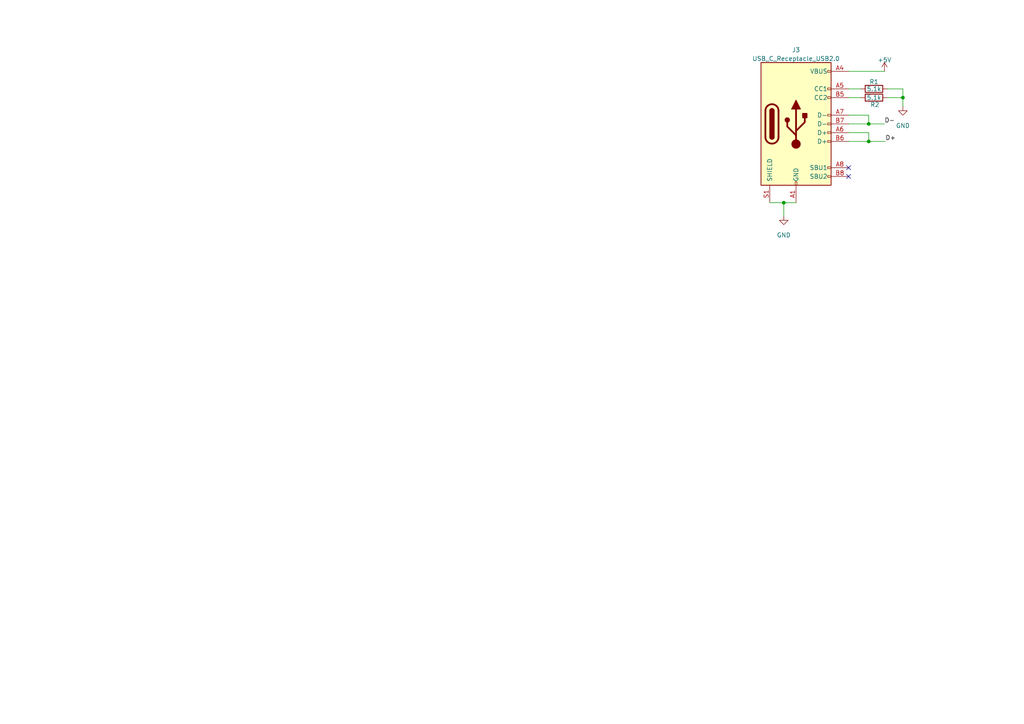
<source format=kicad_sch>
(kicad_sch (version 20230121) (generator eeschema)
  (paper "A4")
  (lib_symbols
    (symbol "Connector_Generic:Conn_01x04" (pin_names (offset 1.016) hide)
      (property "Reference" "J" (at 0 5.08 0))
      (property "Value" "Conn_01x04" (at 0 -7.62 0))
      (symbol "Conn_01x04_1_1"
        (rectangle (start -1.27 -4.953) (end 0 -5.207) (stroke (width 0.1524)))
        (rectangle (start -1.27 -2.413) (end 0 -2.667) (stroke (width 0.1524)))
        (rectangle (start -1.27 0.127) (end 0 -0.127) (stroke (width 0.1524)))
        (rectangle (start -1.27 2.667) (end 0 2.413) (stroke (width 0.1524)))
        (rectangle (start -1.27 3.81) (end 1.27 -6.35) (stroke (width 0.254)) (fill (type background)))
        (pin passive line (at -5.08 2.54 0) (length 3.81) (name "Pin_1") (number "1"))
        (pin passive line (at -5.08 0 0) (length 3.81) (name "Pin_2") (number "2"))
        (pin passive line (at -5.08 -2.54 0) (length 3.81) (name "Pin_3") (number "3"))
        (pin passive line (at -5.08 -5.08 0) (length 3.81) (name "Pin_4") (number "4"))
      )
    )
    (symbol "Connector_Generic:Conn_01x10" (pin_names (offset 1.016) hide)
      (property "Reference" "J" (at 0 12.7 0))
      (property "Value" "Conn_01x10" (at 0 -15.24 0))
      (symbol "Conn_01x10_1_1"
        (rectangle (start -1.27 -12.573) (end 0 -12.827) (stroke (width 0.1524)))
        (rectangle (start -1.27 -10.033) (end 0 -10.287) (stroke (width 0.1524)))
        (rectangle (start -1.27 -7.493) (end 0 -7.747) (stroke (width 0.1524)))
        (rectangle (start -1.27 -4.953) (end 0 -5.207) (stroke (width 0.1524)))
        (rectangle (start -1.27 -2.413) (end 0 -2.667) (stroke (width 0.1524)))
        (rectangle (start -1.27 0.127) (end 0 -0.127) (stroke (width 0.1524)))
        (rectangle (start -1.27 2.667) (end 0 2.413) (stroke (width 0.1524)))
        (rectangle (start -1.27 5.207) (end 0 4.953) (stroke (width 0.1524)))
        (rectangle (start -1.27 7.747) (end 0 7.493) (stroke (width 0.1524)))
        (rectangle (start -1.27 10.287) (end 0 10.033) (stroke (width 0.1524)))
        (rectangle (start -1.27 11.43) (end 1.27 -13.97) (stroke (width 0.254)) (fill (type background)))
        (pin passive line (at -5.08 10.16 0) (length 3.81) (name "Pin_1") (number "1"))
        (pin passive line (at -5.08 -12.7 0) (length 3.81) (name "Pin_10") (number "10"))
        (pin passive line (at -5.08 7.62 0) (length 3.81) (name "Pin_2") (number "2"))
        (pin passive line (at -5.08 5.08 0) (length 3.81) (name "Pin_3") (number "3"))
        (pin passive line (at -5.08 2.54 0) (length 3.81) (name "Pin_4") (number "4"))
        (pin passive line (at -5.08 0 0) (length 3.81) (name "Pin_5") (number "5"))
        (pin passive line (at -5.08 -2.54 0) (length 3.81) (name "Pin_6") (number "6"))
        (pin passive line (at -5.08 -5.08 0) (length 3.81) (name "Pin_7") (number "7"))
        (pin passive line (at -5.08 -7.62 0) (length 3.81) (name "Pin_8") (number "8"))
        (pin passive line (at -5.08 -10.16 0) (length 3.81) (name "Pin_9") (number "9"))
      )
    )
    (symbol "Device:C" (pin_numbers hide) (pin_names (offset 0.254))
      (property "Reference" "C" (at 0.635 2.54 0))
      (property "Value" "C" (at 0.635 -2.54 0))
      (symbol "C_0_1"
        (polyline (pts (xy -2.032 -0.762) (xy 2.032 -0.762)) (stroke (width 0.508)))
        (polyline (pts (xy -2.032 0.762) (xy 2.032 0.762)) (stroke (width 0.508)))
      )
      (symbol "C_1_1"
        (pin passive line (at 0 3.81 270) (length 2.794) (name "~") (number "1"))
        (pin passive line (at 0 -3.81 90) (length 2.794) (name "~") (number "2"))
      )
    )
    (symbol "Device:Crystal_GND24" (pin_names (offset 1.016) hide)
      (property "Reference" "Y" (at 3.175 5.08 0))
      (property "Value" "Crystal_GND24" (at 3.175 3.175 0))
      (symbol "Crystal_GND24_0_1"
        (rectangle (start -1.143 2.54) (end 1.143 -2.54) (stroke (width 0.3048)))
        (polyline (pts (xy -2.54 0) (xy -2.032 0)))
        (polyline (pts (xy -2.032 -1.27) (xy -2.032 1.27)) (stroke (width 0.508)))
        (polyline (pts (xy 0 -3.81) (xy 0 -3.556)))
        (polyline (pts (xy 0 3.556) (xy 0 3.81)))
        (polyline (pts (xy 2.032 -1.27) (xy 2.032 1.27)) (stroke (width 0.508)))
        (polyline (pts (xy 2.032 0) (xy 2.54 0)))
        (polyline (pts (xy -2.54 -2.286) (xy -2.54 -3.556) (xy 2.54 -3.556) (xy 2.54 -2.286)))
        (polyline (pts (xy -2.54 2.286) (xy -2.54 3.556) (xy 2.54 3.556) (xy 2.54 2.286)))
      )
      (symbol "Crystal_GND24_1_1"
        (pin passive line (at -3.81 0 0) (length 1.27) (name "1") (number "1"))
        (pin passive line (at 0 5.08 270) (length 1.27) (name "2") (number "2"))
        (pin passive line (at 3.81 0 180) (length 1.27) (name "3") (number "3"))
        (pin passive line (at 0 -5.08 90) (length 1.27) (name "4") (number "4"))
      )
    )
    (symbol "Device:LED" (pin_numbers hide) (pin_names (offset 1.016) hide)
      (property "Reference" "D" (at 0 2.54 0))
      (property "Value" "LED" (at 0 -2.54 0))
      (symbol "LED_0_1"
        (polyline (pts (xy -1.27 -1.27) (xy -1.27 1.27)) (stroke (width 0.254)))
        (polyline (pts (xy -1.27 0) (xy 1.27 0)))
        (polyline (pts (xy 1.27 -1.27) (xy 1.27 1.27) (xy -1.27 0) (xy 1.27 -1.27)) (stroke (width 0.254)))
        (polyline (pts (xy -3.048 -0.762) (xy -4.572 -2.286) (xy -3.81 -2.286) (xy -4.572 -2.286) (xy -4.572 -1.524)))
        (polyline (pts (xy -1.778 -0.762) (xy -3.302 -2.286) (xy -2.54 -2.286) (xy -3.302 -2.286) (xy -3.302 -1.524)))
      )
      (symbol "LED_1_1"
        (pin passive line (at -3.81 0 0) (length 2.54) (name "K") (number "1"))
        (pin passive line (at 3.81 0 180) (length 2.54) (name "A") (number "2"))
      )
    )
    (symbol "Device:R" (pin_numbers hide) (pin_names (offset 0))
      (property "Reference" "R" (at 2.032 0 90))
      (property "Value" "R" (at 0 0 90))
      (symbol "R_0_1"
        (rectangle (start -1.016 -2.54) (end 1.016 2.54) (stroke (width 0.254)))
      )
      (symbol "R_1_1"
        (pin passive line (at 0 3.81 270) (length 1.27) (name "~") (number "1"))
        (pin passive line (at 0 -3.81 90) (length 1.27) (name "~") (number "2"))
      )
    )
    (symbol "Iknob:AMS1117-3.3"
      (property "Reference" "U" (at -3.81 3.175 0))
      (property "Value" "AMS1117-3.3" (at 0 3.175 0))
      (symbol "AMS1117-3.3_0_1"
        (rectangle (start -5.08 -5.08) (end 5.08 1.905) (stroke (width 0.254)) (fill (type background)))
      )
      (symbol "AMS1117-3.3_1_1"
        (pin power_in line (at 0 -7.62 90) (length 2.54) (name "GND") (number "1"))
        (pin power_out line (at 7.62 0 180) (length 2.54) (name "VO") (number "2"))
        (pin power_in line (at -7.62 0 0) (length 2.54) (name "VI") (number "3"))
      )
    )
    (symbol "Iknob:C" (pin_numbers hide) (pin_names (offset 0.254))
      (property "Reference" "C" (at 0.635 2.54 0))
      (property "Value" "C" (at 0.635 -2.54 0))
      (symbol "C_0_1"
        (polyline (pts (xy -2.032 -0.762) (xy 2.032 -0.762)) (stroke (width 0.508)))
        (polyline (pts (xy -2.032 0.762) (xy 2.032 0.762)) (stroke (width 0.508)))
      )
      (symbol "C_1_1"
        (pin passive line (at 0 3.81 270) (length 2.794) (name "~") (number "1"))
        (pin passive line (at 0 -3.81 90) (length 2.794) (name "~") (number "2"))
      )
    )
    (symbol "Iknob:USB_C_Receptacle_USB2.0" (pin_names (offset 1.016))
      (property "Reference" "J" (at -10.16 19.05 0))
      (property "Value" "USB_C_Receptacle_USB2.0" (at 19.05 19.05 0))
      (symbol "USB_C_Receptacle_USB2.0_0_0"
        (rectangle (start -0.254 -17.78) (end 0.254 -16.764))
        (rectangle (start 10.16 -14.986) (end 9.144 -15.494))
        (rectangle (start 10.16 -12.446) (end 9.144 -12.954))
        (rectangle (start 10.16 -4.826) (end 9.144 -5.334))
        (rectangle (start 10.16 -2.286) (end 9.144 -2.794))
        (rectangle (start 10.16 0.254) (end 9.144 -0.254))
        (rectangle (start 10.16 2.794) (end 9.144 2.286))
        (rectangle (start 10.16 7.874) (end 9.144 7.366))
        (rectangle (start 10.16 10.414) (end 9.144 9.906))
        (rectangle (start 10.16 15.494) (end 9.144 14.986))
      )
      (symbol "USB_C_Receptacle_USB2.0_0_1"
        (rectangle (start -10.16 17.78) (end 10.16 -17.78) (stroke (width 0.254)) (fill (type background)))
        (arc (start -8.89 -3.81) (mid -6.985 -5.7067) (end -5.08 -3.81) (stroke (width 0.508)))
        (arc (start -7.62 -3.81) (mid -6.985 -4.4423) (end -6.35 -3.81) (stroke (width 0.254)))
        (arc (start -7.62 -3.81) (mid -6.985 -4.4423) (end -6.35 -3.81) (stroke (width 0.254)) (fill (type outline)))
        (rectangle (start -7.62 -3.81) (end -6.35 3.81) (stroke (width 0.254)) (fill (type outline)))
        (arc (start -6.35 3.81) (mid -6.985 4.4423) (end -7.62 3.81) (stroke (width 0.254)))
        (arc (start -6.35 3.81) (mid -6.985 4.4423) (end -7.62 3.81) (stroke (width 0.254)) (fill (type outline)))
        (arc (start -5.08 3.81) (mid -6.985 5.7067) (end -8.89 3.81) (stroke (width 0.508)))
        (circle (center -2.54 1.143) (radius 0.635) (stroke (width 0.254)) (fill (type outline)))
        (circle (center 0 -5.842) (radius 1.27) (fill (type outline)))
        (polyline (pts (xy -8.89 -3.81) (xy -8.89 3.81)) (stroke (width 0.508)))
        (polyline (pts (xy -5.08 3.81) (xy -5.08 -3.81)) (stroke (width 0.508)))
        (polyline (pts (xy 0 -5.842) (xy 0 4.318)) (stroke (width 0.508)))
        (polyline (pts (xy 0 -3.302) (xy -2.54 -0.762) (xy -2.54 0.508)) (stroke (width 0.508)))
        (polyline (pts (xy 0 -2.032) (xy 2.54 0.508) (xy 2.54 1.778)) (stroke (width 0.508)))
        (polyline (pts (xy -1.27 4.318) (xy 0 6.858) (xy 1.27 4.318) (xy -1.27 4.318)) (stroke (width 0.254)) (fill (type outline)))
        (rectangle (start 1.905 1.778) (end 3.175 3.048) (stroke (width 0.254)) (fill (type outline)))
      )
      (symbol "USB_C_Receptacle_USB2.0_1_1"
        (pin passive line (at 0 -22.86 90) (length 5.08) (name "GND") (number "A1"))
        (pin passive line (at 0 -22.86 90) (length 5.08) hide (name "GND") (number "A12"))
        (pin passive line (at 15.24 15.24 180) (length 5.08) (name "VBUS") (number "A4"))
        (pin bidirectional line (at 15.24 10.16 180) (length 5.08) (name "CC1") (number "A5"))
        (pin bidirectional line (at 15.24 -2.54 180) (length 5.08) (name "D+") (number "A6"))
        (pin bidirectional line (at 15.24 2.54 180) (length 5.08) (name "D-") (number "A7"))
        (pin bidirectional line (at 15.24 -12.7 180) (length 5.08) (name "SBU1") (number "A8"))
        (pin passive line (at 15.24 15.24 180) (length 5.08) hide (name "VBUS") (number "A9"))
        (pin passive line (at 0 -22.86 90) (length 5.08) hide (name "GND") (number "B1"))
        (pin passive line (at 0 -22.86 90) (length 5.08) hide (name "GND") (number "B12"))
        (pin passive line (at 15.24 15.24 180) (length 5.08) hide (name "VBUS") (number "B4"))
        (pin bidirectional line (at 15.24 7.62 180) (length 5.08) (name "CC2") (number "B5"))
        (pin bidirectional line (at 15.24 -5.08 180) (length 5.08) (name "D+") (number "B6"))
        (pin bidirectional line (at 15.24 0 180) (length 5.08) (name "D-") (number "B7"))
        (pin bidirectional line (at 15.24 -15.24 180) (length 5.08) (name "SBU2") (number "B8"))
        (pin passive line (at 15.24 15.24 180) (length 5.08) hide (name "VBUS") (number "B9"))
        (pin passive line (at -7.62 -22.86 90) (length 5.08) (name "SHIELD") (number "S1"))
      )
    )
    (symbol "Interface_USB:CH340E"
      (property "Reference" "U" (at -5.08 13.97 0))
      (property "Value" "CH340E" (at 1.27 13.97 0))
      (symbol "CH340E_0_1"
        (rectangle (start -7.62 12.7) (end 7.62 -12.7) (stroke (width 0.254)) (fill (type background)))
      )
      (symbol "CH340E_1_1"
        (pin bidirectional line (at -10.16 2.54 0) (length 2.54) (name "UD+") (number "1"))
        (pin passive line (at -2.54 15.24 270) (length 2.54) (name "V3") (number "10"))
        (pin bidirectional line (at -10.16 0 0) (length 2.54) (name "UD-") (number "2"))
        (pin power_in line (at 0 -15.24 90) (length 2.54) (name "GND") (number "3"))
        (pin output line (at 10.16 -10.16 180) (length 2.54) (name "~{RTS}") (number "4"))
        (pin input line (at 10.16 2.54 180) (length 2.54) (name "~{CTS}") (number "5"))
        (pin output line (at -10.16 -2.54 0) (length 2.54) (name "TNOW") (number "6"))
        (pin power_in line (at 0 15.24 270) (length 2.54) (name "VCC") (number "7"))
        (pin output line (at 10.16 10.16 180) (length 2.54) (name "TXD") (number "8"))
        (pin input line (at 10.16 7.62 180) (length 2.54) (name "RXD") (number "9"))
      )
    )
    (symbol "LED:WS2812B" (pin_names (offset 0.254))
      (property "Reference" "D" (at 5.08 5.715 0))
      (property "Value" "WS2812B" (at 1.27 -5.715 0))
      (symbol "WS2812B_0_0"
        (text "RGB" (at 2.286 -4.191 0) (effects (font (size 0.762 0.762))))
      )
      (symbol "WS2812B_0_1"
        (polyline (pts (xy 1.27 -3.556) (xy 1.778 -3.556)))
        (polyline (pts (xy 1.27 -2.54) (xy 1.778 -2.54)))
        (polyline (pts (xy 4.699 -3.556) (xy 2.667 -3.556)))
        (polyline (pts (xy 2.286 -2.54) (xy 1.27 -3.556) (xy 1.27 -3.048)))
        (polyline (pts (xy 2.286 -1.524) (xy 1.27 -2.54) (xy 1.27 -2.032)))
        (polyline (pts (xy 3.683 -1.016) (xy 3.683 -3.556) (xy 3.683 -4.064)))
        (polyline (pts (xy 4.699 -1.524) (xy 2.667 -1.524) (xy 3.683 -3.556) (xy 4.699 -1.524)))
        (rectangle (start 5.08 5.08) (end -5.08 -5.08) (stroke (width 0.254)) (fill (type background)))
      )
      (symbol "WS2812B_1_1"
        (pin power_in line (at 0 7.62 270) (length 2.54) (name "VDD") (number "1"))
        (pin output line (at 7.62 0 180) (length 2.54) (name "DOUT") (number "2"))
        (pin power_in line (at 0 -7.62 90) (length 2.54) (name "VSS") (number "3"))
        (pin input line (at -7.62 0 0) (length 2.54) (name "DIN") (number "4"))
      )
    )
    (symbol "MCU_ST_STM32G4:STM32G474RETx"
      (property "Reference" "U" (at -15.24 46.99 0))
      (property "Value" "STM32G474RETx" (at 10.16 46.99 0))
      (symbol "STM32G474RETx_0_1"
        (rectangle (start -15.24 -43.18) (end 15.24 45.72) (stroke (width 0.254)) (fill (type background)))
      )
      (symbol "STM32G474RETx_1_1"
        (pin power_in line (at -5.08 48.26 270) (length 2.54) (name "VBAT") (number "1"))
        (pin bidirectional line (at -17.78 15.24 0) (length 2.54) (name "PC2") (number "10"))
        (pin bidirectional line (at -17.78 12.7 0) (length 2.54) (name "PC3") (number "11"))
        (pin bidirectional line (at 17.78 43.18 180) (length 2.54) (name "PA0") (number "12"))
        (pin bidirectional line (at 17.78 40.64 180) (length 2.54) (name "PA1") (number "13"))
        (pin bidirectional line (at 17.78 38.1 180) (length 2.54) (name "PA2") (number "14"))
        (pin power_in line (at 0 -45.72 90) (length 2.54) (name "VSS") (number "15"))
        (pin power_in line (at -2.54 48.26 270) (length 2.54) (name "VDD") (number "16"))
        (pin bidirectional line (at 17.78 35.56 180) (length 2.54) (name "PA3") (number "17"))
        (pin bidirectional line (at 17.78 33.02 180) (length 2.54) (name "PA4") (number "18"))
        (pin bidirectional line (at 17.78 30.48 180) (length 2.54) (name "PA5") (number "19"))
        (pin bidirectional line (at -17.78 -12.7 0) (length 2.54) (name "PC13") (number "2"))
        (pin bidirectional line (at 17.78 27.94 180) (length 2.54) (name "PA6") (number "20"))
        (pin bidirectional line (at 17.78 25.4 180) (length 2.54) (name "PA7") (number "21"))
        (pin bidirectional line (at -17.78 10.16 0) (length 2.54) (name "PC4") (number "22"))
        (pin bidirectional line (at -17.78 7.62 0) (length 2.54) (name "PC5") (number "23"))
        (pin bidirectional line (at 17.78 0 180) (length 2.54) (name "PB0") (number "24"))
        (pin bidirectional line (at 17.78 -2.54 180) (length 2.54) (name "PB1") (number "25"))
        (pin bidirectional line (at 17.78 -5.08 180) (length 2.54) (name "PB2") (number "26"))
        (pin power_in line (at 2.54 -45.72 90) (length 2.54) (name "VSSA") (number "27"))
        (pin input line (at -17.78 43.18 0) (length 2.54) (name "VREF+") (number "28"))
        (pin power_in line (at 7.62 48.26 270) (length 2.54) (name "VDDA") (number "29"))
        (pin bidirectional line (at -17.78 -15.24 0) (length 2.54) (name "PC14") (number "3"))
        (pin bidirectional line (at 17.78 -25.4 180) (length 2.54) (name "PB10") (number "30"))
        (pin passive line (at 0 -45.72 90) (length 2.54) hide (name "VSS") (number "31"))
        (pin power_in line (at 0 48.26 270) (length 2.54) (name "VDD") (number "32"))
        (pin bidirectional line (at 17.78 -27.94 180) (length 2.54) (name "PB11") (number "33"))
        (pin bidirectional line (at 17.78 -30.48 180) (length 2.54) (name "PB12") (number "34"))
        (pin bidirectional line (at 17.78 -33.02 180) (length 2.54) (name "PB13") (number "35"))
        (pin bidirectional line (at 17.78 -35.56 180) (length 2.54) (name "PB14") (number "36"))
        (pin bidirectional line (at 17.78 -38.1 180) (length 2.54) (name "PB15") (number "37"))
        (pin bidirectional line (at -17.78 5.08 0) (length 2.54) (name "PC6") (number "38"))
        (pin bidirectional line (at -17.78 2.54 0) (length 2.54) (name "PC7") (number "39"))
        (pin bidirectional line (at -17.78 -17.78 0) (length 2.54) (name "PC15") (number "4"))
        (pin bidirectional line (at -17.78 0 0) (length 2.54) (name "PC8") (number "40"))
        (pin bidirectional line (at -17.78 -2.54 0) (length 2.54) (name "PC9") (number "41"))
        (pin bidirectional line (at 17.78 22.86 180) (length 2.54) (name "PA8") (number "42"))
        (pin bidirectional line (at 17.78 20.32 180) (length 2.54) (name "PA9") (number "43"))
        (pin bidirectional line (at 17.78 17.78 180) (length 2.54) (name "PA10") (number "44"))
        (pin bidirectional line (at 17.78 15.24 180) (length 2.54) (name "PA11") (number "45"))
        (pin bidirectional line (at 17.78 12.7 180) (length 2.54) (name "PA12") (number "46"))
        (pin passive line (at 0 -45.72 90) (length 2.54) hide (name "VSS") (number "47"))
        (pin power_in line (at 2.54 48.26 270) (length 2.54) (name "VDD") (number "48"))
        (pin bidirectional line (at 17.78 10.16 180) (length 2.54) (name "PA13") (number "49"))
        (pin bidirectional line (at -17.78 33.02 0) (length 2.54) (name "PF0") (number "5"))
        (pin bidirectional line (at 17.78 7.62 180) (length 2.54) (name "PA14") (number "50"))
        (pin bidirectional line (at 17.78 5.08 180) (length 2.54) (name "PA15") (number "51"))
        (pin bidirectional line (at -17.78 -5.08 0) (length 2.54) (name "PC10") (number "52"))
        (pin bidirectional line (at -17.78 -7.62 0) (length 2.54) (name "PC11") (number "53"))
        (pin bidirectional line (at -17.78 -10.16 0) (length 2.54) (name "PC12") (number "54"))
        (pin bidirectional line (at -17.78 25.4 0) (length 2.54) (name "PD2") (number "55"))
        (pin bidirectional line (at 17.78 -7.62 180) (length 2.54) (name "PB3") (number "56"))
        (pin bidirectional line (at 17.78 -10.16 180) (length 2.54) (name "PB4") (number "57"))
        (pin bidirectional line (at 17.78 -12.7 180) (length 2.54) (name "PB5") (number "58"))
        (pin bidirectional line (at 17.78 -15.24 180) (length 2.54) (name "PB6") (number "59"))
        (pin bidirectional line (at -17.78 30.48 0) (length 2.54) (name "PF1") (number "6"))
        (pin bidirectional line (at 17.78 -17.78 180) (length 2.54) (name "PB7") (number "60"))
        (pin bidirectional line (at 17.78 -20.32 180) (length 2.54) (name "PB8") (number "61"))
        (pin bidirectional line (at 17.78 -22.86 180) (length 2.54) (name "PB9") (number "62"))
        (pin passive line (at 0 -45.72 90) (length 2.54) hide (name "VSS") (number "63"))
        (pin power_in line (at 5.08 48.26 270) (length 2.54) (name "VDD") (number "64"))
        (pin bidirectional line (at -17.78 38.1 0) (length 2.54) (name "PG10") (number "7"))
        (pin bidirectional line (at -17.78 20.32 0) (length 2.54) (name "PC0") (number "8"))
        (pin bidirectional line (at -17.78 17.78 0) (length 2.54) (name "PC1") (number "9"))
      )
    )
    (symbol "Sensor_Motion:MPU-9250"
      (property "Reference" "U" (at -11.43 19.05 0))
      (property "Value" "MPU-9250" (at 7.62 -19.05 0))
      (symbol "MPU-9250_0_1"
        (rectangle (start -12.7 17.78) (end 12.7 -17.78) (stroke (width 0.254)) (fill (type background)))
      )
      (symbol "MPU-9250_1_1"
        (pin input line (at 17.78 -7.62 180) (length 5.08) (name "RESV_VDDIO") (number "1"))
        (pin passive line (at 17.78 -5.08 180) (length 5.08) (name "REGOUT") (number "10"))
        (pin input line (at -17.78 -5.08 0) (length 5.08) (name "FSYNC") (number "11"))
        (pin output line (at 17.78 7.62 180) (length 5.08) (name "INT") (number "12"))
        (pin power_in line (at 2.54 22.86 270) (length 5.08) (name "VDD") (number "13"))
        (pin power_in line (at 0 -22.86 90) (length 5.08) (name "GND") (number "18"))
        (pin power_in line (at 17.78 -10.16 180) (length 5.08) (name "RESV_GND") (number "20"))
        (pin bidirectional line (at 17.78 2.54 180) (length 5.08) (name "AUX_DA") (number "21"))
        (pin input line (at -17.78 0 0) (length 5.08) (name "~{CS}") (number "22"))
        (pin input line (at -17.78 2.54 0) (length 5.08) (name "SCL/SCLK") (number "23"))
        (pin bidirectional line (at -17.78 7.62 0) (length 5.08) (name "SDA/MOSI") (number "24"))
        (pin output clock (at 17.78 0 180) (length 5.08) (name "AUX_CL") (number "7"))
        (pin power_in line (at -2.54 22.86 270) (length 5.08) (name "VDDIO") (number "8"))
        (pin bidirectional line (at -17.78 5.08 0) (length 5.08) (name "AD0/MISO") (number "9"))
      )
    )
    (symbol "Switch:SW_Push" (pin_numbers hide) (pin_names (offset 1.016) hide)
      (property "Reference" "SW" (at 1.27 2.54 0))
      (property "Value" "SW_Push" (at 0 -1.524 0))
      (symbol "SW_Push_0_1"
        (circle (center -2.032 0) (radius 0.508))
        (polyline (pts (xy 0 1.27) (xy 0 3.048)))
        (polyline (pts (xy 2.54 1.27) (xy -2.54 1.27)))
        (circle (center 2.032 0) (radius 0.508))
        (pin passive line (at -5.08 0 0) (length 2.54) (name "1") (number "1"))
        (pin passive line (at 5.08 0 180) (length 2.54) (name "2") (number "2"))
      )
    )
    (symbol "power:+3.3V" (power) (pin_names (offset 0))
      (property "Value" "+3.3V" (at 0 3.556 0))
      (symbol "+3.3V_0_1"
        (polyline (pts (xy -0.762 1.27) (xy 0 2.54)))
        (polyline (pts (xy 0 0) (xy 0 2.54)))
        (polyline (pts (xy 0 2.54) (xy 0.762 1.27)))
      )
      (symbol "+3.3V_1_1"
        (pin power_in line (at 0 0 90) (length 0) hide (name "+3.3V") (number "1"))
      )
    )
    (symbol "power:+5V" (power) (pin_names (offset 0))
      (property "Value" "+5V" (at 0 3.556 0))
      (symbol "+5V_0_1"
        (polyline (pts (xy -0.762 1.27) (xy 0 2.54)))
        (polyline (pts (xy 0 0) (xy 0 2.54)))
        (polyline (pts (xy 0 2.54) (xy 0.762 1.27)))
      )
      (symbol "+5V_1_1"
        (pin power_in line (at 0 0 90) (length 0) hide (name "+5V") (number "1"))
      )
    )
    (symbol "power:GND" (power) (pin_names (offset 0))
      (property "Value" "GND" (at 0 -3.81 0))
      (symbol "GND_0_1"
        (polyline (pts (xy 0 0) (xy 0 -1.27) (xy 1.27 -1.27) (xy 0 -2.54) (xy -1.27 -1.27) (xy 0 -1.27)))
      )
      (symbol "GND_1_1"
        (pin power_in line (at 0 0 270) (length 0) hide (name "GND") (number "1"))
      )
    )
  )
  (junction (at 289.56 -60.071))
  (junction (at 298.704 -60.071))
  (junction (at -34.036 11.303))
  (junction (at 278.384 -52.451))
  (junction (at 109.22 -16.51))
  (junction (at 289.56 -52.451))
  (junction (at -39.116 11.303))
  (junction (at 318.389 30.099))
  (junction (at -86.106 33.147))
  (junction (at 96.901 -31.75))
  (junction (at -37.846 108.585))
  (junction (at -31.496 11.303))
  (junction (at -81.915 83.312))
  (junction (at -69.342 39.878))
  (junction (at -86.106 28.956))
  (junction (at -97.155 133.477))
  (junction (at -36.576 11.303))
  (junction (at 352.679 46.609))
  (junction (at 298.704 -52.451))
  (junction (at 122.301 -16.51))
  (junction (at -97.155 145.288))
  (junction (at -44.196 11.303))
  (junction (at 352.679 30.099))
  (junction (at 328.549 30.099))
  (junction (at 122.301 -31.75))
  (junction (at 251.968 35.941))
  (junction (at 227.33 58.801))
  (junction (at -107.061 74.168))
  (junction (at 109.093 -31.75))
  (junction (at -86.106 39.878))
  (junction (at 341.249 46.609))
  (junction (at 328.549 46.609))
  (junction (at -104.775 133.477))
  (junction (at 261.874 28.321))
  (junction (at 96.901 -16.51))
  (junction (at -106.934 74.168))
  (junction (at -69.342 25.527))
  (junction (at -41.656 11.303))
  (junction (at 278.384 -60.071))
  (junction (at 251.968 41.021))
  (no_connect (at -56.896 80.645))
  (no_connect (at 107.315 -60.96))
  (no_connect (at 138.557 -71.374))
  (no_connect (at -56.896 78.105))
  (no_connect (at 209.677 -60.833))
  (no_connect (at 107.315 -63.5))
  (no_connect (at 209.677 -58.293))
  (no_connect (at 107.315 -58.42))
  (no_connect (at 107.315 -71.12))
  (no_connect (at 246.126 51.181))
  (no_connect (at 340.995 -21.971))
  (no_connect (at 340.995 -19.431))
  (no_connect (at 138.557 -68.834))
  (no_connect (at 107.315 -68.58))
  (no_connect (at 246.126 48.641))
  (wire (pts (xy 266.7 -60.071) (xy 278.384 -60.071)))
  (wire (pts (xy 246.126 35.941) (xy 251.968 35.941)))
  (wire (pts (xy 352.679 41.529) (xy 352.679 46.609)))
  (wire (pts (xy -56.896 32.385) (xy -62.23 32.385)))
  (wire (pts (xy -118.618 190.119) (xy -111.76 190.119)))
  (wire (pts (xy -106.934 74.168) (xy -104.14 74.168)))
  (wire (pts (xy 63.5 -24.13) (xy 58.039 -24.13)))
  (wire (pts (xy 226.949 -90.805) (xy 233.045 -90.805)))
  (wire (pts (xy 251.968 38.481) (xy 251.968 41.021)))
  (wire (pts (xy -86.106 39.878) (xy -86.106 41.275)))
  (wire (pts (xy 97.663 -66.04) (xy 107.315 -66.04)))
  (wire (pts (xy 96.901 -16.51) (xy 109.22 -16.51)))
  (wire (pts (xy 104.521 -24.13) (xy 114.681 -24.13)))
  (wire (pts (xy 289.56 -65.151) (xy 289.56 -60.071)))
  (wire (pts (xy 223.266 58.801) (xy 227.33 58.801)))
  (wire (pts (xy 71.12 -31.75) (xy 96.901 -31.75)))
  (wire (pts (xy 246.126 20.701) (xy 256.54 20.701)))
  (wire (pts (xy -69.342 25.527) (xy -69.342 29.337)))
  (wire (pts (xy 128.905 -73.914) (xy 138.557 -73.914)))
  (wire (pts (xy 331.343 -14.351) (xy 340.995 -14.351)))
  (wire (pts (xy 331.343 -9.271) (xy 340.995 -9.271)))
  (wire (pts (xy 109.22 -16.51) (xy 109.22 -10.287)))
  (wire (pts (xy 331.343 -24.511) (xy 340.995 -24.511)))
  (wire (pts (xy -121.412 177.165) (xy -116.586 177.165)))
  (wire (pts (xy 246.126 38.481) (xy 251.968 38.481)))
  (wire (pts (xy 97.663 -81.28) (xy 107.315 -81.28)))
  (wire (pts (xy -39.116 11.303) (xy -36.576 11.303)))
  (wire (pts (xy -37.846 108.585) (xy -36.576 108.585)))
  (wire (pts (xy 318.389 33.909) (xy 318.389 30.099)))
  (wire (pts (xy -21.336 55.245) (xy -9.398 55.245)))
  (wire (pts (xy 340.995 -27.051) (xy 331.343 -27.051)))
  (wire (pts (xy -104.775 133.477) (xy -97.155 133.477)))
  (wire (pts (xy -81.915 74.168) (xy -93.98 74.168)))
  (wire (pts (xy 200.025 -68.453) (xy 209.677 -68.453)))
  (wire (pts (xy -97.155 133.477) (xy -97.155 134.874)))
  (wire (pts (xy 129.921 -24.13) (xy 142.748 -24.13)))
  (wire (pts (xy 298.704 -52.451) (xy 309.372 -52.451)))
  (wire (pts (xy 209.677 -65.913) (xy 200.025 -65.913)))
  (wire (pts (xy -97.155 145.034) (xy -97.155 145.288)))
  (wire (pts (xy -21.336 57.785) (xy -9.398 57.785)))
  (wire (pts (xy 226.949 -83.185) (xy 226.949 -82.423)))
  (wire (pts (xy -64.262 28.956) (xy -86.106 28.956)))
  (wire (pts (xy 200.025 -53.213) (xy 209.677 -53.213)))
  (wire (pts (xy 227.33 58.801) (xy 230.886 58.801)))
  (wire (pts (xy -21.336 40.005) (xy -9.652 40.005)))
  (wire (pts (xy 107.315 -76.2) (xy 97.663 -76.2)))
  (wire (pts (xy -62.23 29.845) (xy -62.23 25.527)))
  (wire (pts (xy 197.231 -83.439) (xy 191.135 -83.439)))
  (wire (pts (xy 331.343 -29.591) (xy 340.995 -29.591)))
  (wire (pts (xy -69.342 25.527) (xy -62.23 25.527)))
  (wire (pts (xy -28.194 8.763) (xy -28.194 11.303)))
  (wire (pts (xy 191.135 -85.979) (xy 197.231 -85.979)))
  (wire (pts (xy 266.7 -52.451) (xy 278.384 -52.451)))
  (wire (pts (xy -65.024 45.085) (xy -56.896 45.085)))
  (wire (pts (xy 352.679 33.909) (xy 352.679 30.099)))
  (wire (pts (xy 78.74 -24.13) (xy 89.281 -24.13)))
  (wire (pts (xy 328.549 33.909) (xy 328.549 30.099)))
  (wire (pts (xy -39.116 108.585) (xy -37.846 108.585)))
  (wire (pts (xy -81.915 83.312) (xy -81.915 74.168)))
  (wire (pts (xy -104.775 133.477) (xy -104.775 136.144)))
  (wire (pts (xy 200.025 -63.373) (xy 209.677 -63.373)))
  (wire (pts (xy -86.106 28.956) (xy -86.106 33.147)))
  (wire (pts (xy 96.901 -31.75) (xy 109.093 -31.75)))
  (wire (pts (xy 122.301 -16.51) (xy 150.368 -16.51)))
  (wire (pts (xy -36.576 11.303) (xy -36.576 14.605)))
  (wire (pts (xy 361.569 46.609) (xy 352.679 46.609)))
  (wire (pts (xy 138.557 -76.454) (xy 128.905 -76.454)))
  (wire (pts (xy -21.336 19.685) (xy -9.779 19.685)))
  (wire (pts (xy -56.896 11.303) (xy -44.196 11.303)))
  (wire (pts (xy -21.336 32.385) (xy -9.652 32.385)))
  (wire (pts (xy -31.496 11.303) (xy -28.194 11.303)))
  (wire (pts (xy -37.846 108.585) (xy -37.846 115.443)))
  (wire (pts (xy -64.262 28.956) (xy -64.262 33.147)))
  (wire (pts (xy 97.663 -73.66) (xy 107.315 -73.66)))
  (wire (pts (xy 328.549 30.099) (xy 333.629 30.099)))
  (wire (pts (xy -44.196 11.303) (xy -41.656 11.303)))
  (wire (pts (xy -56.896 29.845) (xy -62.23 29.845)))
  (wire (pts (xy 200.025 -48.133) (xy 209.677 -48.133)))
  (wire (pts (xy -97.155 122.301) (xy -97.155 123.825)))
  (wire (pts (xy -65.024 42.545) (xy -56.896 42.545)))
  (wire (pts (xy 246.126 28.321) (xy 249.682 28.321)))
  (wire (pts (xy -97.155 131.445) (xy -97.155 133.477)))
  (wire (pts (xy 128.905 -78.994) (xy 138.557 -78.994)))
  (wire (pts (xy -81.661 39.878) (xy -86.106 39.878)))
  (wire (pts (xy -65.024 55.245) (xy -56.896 55.245)))
  (wire (pts (xy -104.775 145.288) (xy -97.155 145.288)))
  (wire (pts (xy 246.126 25.781) (xy 249.682 25.781)))
  (wire (pts (xy 331.343 -16.891) (xy 340.995 -16.891)))
  (wire (pts (xy 318.389 41.529) (xy 318.389 46.609)))
  (wire (pts (xy 318.389 46.609) (xy 328.549 46.609)))
  (wire (pts (xy -106.934 57.658) (xy -106.934 74.168)))
  (wire (pts (xy -130.302 116.84) (xy -121.92 116.84)))
  (wire (pts (xy 341.249 46.609) (xy 341.249 46.99)))
  (wire (pts (xy 128.905 -61.214) (xy 138.557 -61.214)))
  (wire (pts (xy -56.896 19.685) (xy -56.896 11.303)))
  (wire (pts (xy -36.576 11.303) (xy -34.036 11.303)))
  (wire (pts (xy -21.336 83.185) (xy -9.398 83.185)))
  (wire (pts (xy 289.56 -60.071) (xy 298.704 -60.071)))
  (wire (pts (xy 128.905 -66.294) (xy 138.557 -66.294)))
  (wire (pts (xy 246.126 41.021) (xy 251.968 41.021)))
  (wire (pts (xy 328.549 46.609) (xy 341.249 46.609)))
  (wire (pts (xy -64.897 75.565) (xy -56.896 75.565)))
  (wire (pts (xy -56.896 24.765) (xy -66.294 24.765)))
  (wire (pts (xy 165.354 -24.13) (xy 165.354 -22.606)))
  (wire (pts (xy 128.905 -63.754) (xy 138.557 -63.754)))
  (wire (pts (xy 331.343 -32.131) (xy 340.995 -32.131)))
  (wire (pts (xy 157.988 -24.13) (xy 165.354 -24.13)))
  (wire (pts (xy 261.874 25.781) (xy 261.874 28.321)))
  (wire (pts (xy -107.061 74.168) (xy -106.934 74.168)))
  (wire (pts (xy -74.041 39.878) (xy -69.342 39.878)))
  (wire (pts (xy -81.534 25.527) (xy -86.106 25.527)))
  (wire (pts (xy -114.3 116.84) (xy -101.346 116.84)))
  (wire (pts (xy -108.712 74.168) (xy -107.061 74.168)))
  (wire (pts (xy 227.33 58.801) (xy 227.33 62.611)))
  (wire (pts (xy 318.389 30.099) (xy 328.549 30.099)))
  (wire (pts (xy -69.342 36.957) (xy -69.342 39.878)))
  (wire (pts (xy 251.968 41.021) (xy 256.794 41.021)))
  (wire (pts (xy -107.061 74.168) (xy -107.061 83.312)))
  (wire (pts (xy -34.036 11.303) (xy -34.036 14.605)))
  (wire (pts (xy 257.302 28.321) (xy 261.874 28.321)))
  (wire (pts (xy -31.496 11.303) (xy -31.496 14.605)))
  (wire (pts (xy -97.155 145.288) (xy -97.155 146.812)))
  (wire (pts (xy -134.366 190.119) (xy -126.238 190.119)))
  (wire (pts (xy -74.422 33.147) (xy -86.106 33.147)))
  (wire (pts (xy 314.579 30.099) (xy 318.389 30.099)))
  (wire (pts (xy -39.116 11.303) (xy -39.116 14.605)))
  (wire (pts (xy 129.032 -58.674) (xy 138.557 -58.674)))
  (wire (pts (xy -65.024 52.705) (xy -56.896 52.705)))
  (wire (pts (xy 200.025 -70.993) (xy 209.677 -70.993)))
  (wire (pts (xy 233.045 -83.185) (xy 226.949 -83.185)))
  (wire (pts (xy 109.22 -16.51) (xy 122.301 -16.51)))
  (wire (pts (xy 298.704 -60.071) (xy 309.372 -60.071)))
  (wire (pts (xy -41.656 11.303) (xy -41.656 14.605)))
  (wire (pts (xy -66.294 18.415) (xy -66.294 24.765)))
  (wire (pts (xy 352.679 30.099) (xy 361.569 30.099)))
  (wire (pts (xy 331.343 -11.811) (xy 340.995 -11.811)))
  (wire (pts (xy 226.949 -88.265) (xy 233.045 -88.265)))
  (wire (pts (xy 278.384 -60.071) (xy 289.56 -60.071)))
  (wire (pts (xy 257.302 25.781) (xy 261.874 25.781)))
  (wire (pts (xy 122.301 -31.75) (xy 150.368 -31.75)))
  (wire (pts (xy -108.585 133.477) (xy -104.775 133.477)))
  (wire (pts (xy 97.663 -78.74) (xy 107.315 -78.74)))
  (wire (pts (xy -104.775 143.764) (xy -104.775 145.288)))
  (wire (pts (xy -21.336 52.705) (xy -9.398 52.705)))
  (wire (pts (xy -69.342 39.878) (xy -62.23 39.878)))
  (wire (pts (xy 352.679 46.609) (xy 341.249 46.609)))
  (wire (pts (xy 200.025 -50.673) (xy 209.677 -50.673)))
  (wire (pts (xy 71.12 -16.51) (xy 96.901 -16.51)))
  (wire (pts (xy -73.914 25.527) (xy -69.342 25.527)))
  (wire (pts (xy 251.968 35.941) (xy 256.54 35.941)))
  (wire (pts (xy -21.336 80.645) (xy -9.398 80.645)))
  (wire (pts (xy 226.949 -85.725) (xy 233.045 -85.725)))
  (wire (pts (xy -86.106 33.147) (xy -86.106 39.878)))
  (wire (pts (xy 289.56 -52.451) (xy 298.704 -52.451)))
  (wire (pts (xy 109.093 -31.75) (xy 122.301 -31.75)))
  (wire (pts (xy -44.196 14.605) (xy -44.196 11.303)))
  (wire (pts (xy 251.968 33.401) (xy 251.968 35.941)))
  (wire (pts (xy -107.061 83.312) (xy -99.695 83.312)))
  (wire (pts (xy 328.549 41.529) (xy 328.549 46.609)))
  (wire (pts (xy 191.135 -91.059) (xy 197.231 -91.059)))
  (wire (pts (xy 361.569 30.099) (xy 361.569 33.909)))
  (wire (pts (xy -21.336 42.545) (xy -9.652 42.545)))
  (wire (pts (xy -92.075 83.312) (xy -81.915 83.312)))
  (wire (pts (xy -62.23 32.385) (xy -62.23 39.878)))
  (wire (pts (xy 109.093 -31.75) (xy 109.093 -41.275)))
  (wire (pts (xy -86.106 25.527) (xy -86.106 28.956)))
  (wire (pts (xy 289.56 -52.451) (xy 289.56 -46.355)))
  (wire (pts (xy -81.915 85.979) (xy -81.915 83.312)))
  (wire (pts (xy 278.384 -52.451) (xy 289.56 -52.451)))
  (wire (pts (xy 341.249 37.719) (xy 341.249 46.609)))
  (wire (pts (xy -135.128 177.165) (xy -129.032 177.165)))
  (wire (pts (xy -34.036 11.303) (xy -31.496 11.303)))
  (wire (pts (xy 191.135 -88.519) (xy 197.231 -88.519)))
  (wire (pts (xy 361.569 41.529) (xy 361.569 46.609)))
  (wire (pts (xy -141.986 190.119) (xy -155.956 190.119)))
  (wire (pts (xy -122.174 74.168) (xy -116.332 74.168)))
  (wire (pts (xy -41.656 11.303) (xy -39.116 11.303)))
  (wire (pts (xy 200.025 -55.753) (xy 209.677 -55.753)))
  (wire (pts (xy 128.905 -81.534) (xy 138.557 -81.534)))
  (wire (pts (xy 261.874 28.321) (xy 261.874 30.861)))
  (wire (pts (xy -151.384 177.165) (xy -142.748 177.165)))
  (wire (pts (xy 246.126 33.401) (xy 251.968 33.401)))
  (wire (pts (xy 348.869 30.099) (xy 352.679 30.099)))
  (label "AD1" (at -64.897 75.565 0))
  (label "MPU_SDA_b" (at 128.905 -66.294 180))
  (label "GND" (at 97.663 -78.74 0))
  (label "+5V_b" (at 128.905 -81.534 180))
  (label "+3.3V_b" (at 331.343 -9.271 180))
  (label "GND_b" (at 165.354 -22.606 0))
  (label "MPU_SCL" (at -9.398 57.785 180))
  (label "SWCLK" (at -9.398 55.245 180))
  (label "user_button" (at -65.024 45.085 180))
  (label "USER_LED" (at -9.652 32.385 180))
  (label "SWCLK" (at 191.135 -83.439 180))
  (label "USER_LED" (at -155.956 190.119 0))
  (label "OLED_SDA" (at 226.949 -90.805 180))
  (label "GND_b" (at 109.22 -10.287 0))
  (label "MPU_SDA" (at 97.663 -73.66 0))
  (label "MPU_SDA" (at -9.398 80.645 180))
  (label "GND_b" (at 331.343 -11.811 180))
  (label "AD1_b" (at 331.343 -24.511 180))
  (label "+5V_b" (at 109.093 -41.275 180))
  (label "MPU_SCL_b" (at 331.343 -14.351 180))
  (label "MPU_SDA" (at 200.025 -63.373 0))
  (label "rgb_b" (at 331.343 -27.051 0))
  (label "MPU_SCL" (at 200.025 -65.913 0))
  (label "user_button" (at -108.585 133.477 180))
  (label "D-" (at 256.54 35.941 0))
  (label "rgb_b" (at 58.039 -24.13 0))
  (label "AD1" (at 200.025 -55.753 0))
  (label "rgb_b" (at 128.905 -76.454 180))
  (label "SWDIO" (at 191.135 -85.979 180))
  (label "OLED_SCL" (at 226.949 -88.265 180))
  (label "AD0" (at -9.779 19.685 180))
  (label "MPU_SDA_b" (at 331.343 -16.891 180))
  (label "+5V_b" (at 331.343 -32.131 180))
  (label "OLED_SCL" (at -9.652 40.005 180))
  (label "BOOT" (at -130.302 116.84 180))
  (label "SWDIO" (at -9.398 52.705 180))
  (label "GND_b" (at 128.905 -78.994 180))
  (label "OLED_SDA" (at -9.652 42.545 180))
  (label "GND_b" (at 331.343 -29.591 180))
  (label "BOOT" (at -9.398 83.185 180))
  (label "MPU_SCL" (at 97.663 -76.2 0))
  (label "MPU_SCL_b" (at 128.905 -63.754 180))
  (label "D+" (at 256.794 41.021 0))
  (label "GND_b" (at 128.905 -61.214 180))
  (label "AD1_b" (at 128.905 -73.914 180))
  (label "rgb" (at -65.024 42.545 0))
  (label "rgb" (at 200.025 -53.213 180))
  (label "AD0" (at 97.663 -66.04 0))
  (label "RX" (at -65.024 55.245 0))
  (label "+3.3V_b" (at 129.032 -58.674 180))
  (label "TX" (at -65.024 52.705 0))
  (global_label "NRST" (shape input) (at -66.294 18.415 180) (property "Intersheetrefs" "${INTERSHEET_REFS}" (effects hide)))
  (global_label "NRST" (shape input) (at -106.934 57.658 180) (property "Intersheetrefs" "${INTERSHEET_REFS}" (effects hide)))
  (symbol (lib_id "Device:C") (at -104.775 139.954 180) (unit 1)
    (property "Reference" "C15" (at -111.887 137.668 0) (effects (justify right)))
    (property "Value" "0.1uF" (at -111.633 141.859 0) (effects (justify right)))
    (property "Footprint" "Capacitor_SMD:C_0603_1608Metric_Pad1.08x0.95mm_HandSolder" (effects hide))
  )
  (symbol (lib_id "power:+3.3V") (at -28.194 8.763 0) (unit 1)
    (property "Reference" "#PWR013" (effects hide))
    (property "Value" "+3.3V" (at -27.432 8.001 0) (effects (justify left)))
  )
  (symbol (lib_id "Iknob:C") (at 328.549 37.719 0) (unit 1)
    (property "Reference" "C4" (at 332.359 37.084 0) (effects (justify left)))
    (property "Value" "10uF" (at 332.359 39.624 0) (effects (justify left)))
    (property "Footprint" "Capacitor_SMD:C_0603_1608Metric" (effects hide))
  )
  (symbol (lib_id "power:+3.3V") (at 97.663 -81.28 0) (unit 1)
    (property "Reference" "#PWR021" (effects hide))
    (property "Value" "+3.3V" (at 98.425 -82.042 0) (effects (justify left)))
  )
  (symbol (lib_id "Device:C") (at 278.384 -56.261 0) (unit 1)
    (property "Reference" "C10" (at 274.066 -58.039 0) (effects (justify left)))
    (property "Value" "100nF" (at 271.78 -54.229 0) (effects (justify left)))
    (property "Footprint" "Capacitor_SMD:C_0603_1608Metric_Pad1.08x0.95mm_HandSolder" (effects hide))
  )
  (symbol (lib_id "Iknob:C") (at 352.679 37.719 0) (unit 1)
    (property "Reference" "C5" (at 350.139 35.179 0) (effects (justify left)))
    (property "Value" "10uF" (at 347.599 40.259 0) (effects (justify left)))
    (property "Footprint" "Capacitor_SMD:C_0603_1608Metric" (effects hide))
  )
  (symbol (lib_id "power:+3.3V") (at 200.025 -70.993 0) (unit 1)
    (property "Reference" "#PWR033" (effects hide))
    (property "Value" "+3.3V" (at 200.787 -71.755 0) (effects (justify left)))
  )
  (symbol (lib_id "power:GND") (at -37.846 115.443 0) (unit 1)
    (property "Reference" "#PWR014" (effects hide))
    (property "Value" "GND" (at -37.846 121.031 0))
  )
  (symbol (lib_id "Device:C") (at 309.372 -56.261 0) (unit 1)
    (property "Reference" "C13" (at 305.054 -58.293 0) (effects (justify left)))
    (property "Value" "4.7uF" (at 310.388 -53.721 0) (effects (justify left)))
    (property "Footprint" "Capacitor_SMD:C_0603_1608Metric_Pad1.08x0.95mm_HandSolder" (effects hide))
  )
  (symbol (lib_id "power:+3.3V") (at -97.155 122.301 0) (unit 1)
    (property "Reference" "#PWR036" (effects hide))
    (property "Value" "+3.3V" (at -96.393 121.539 0) (effects (justify left)))
  )
  (symbol (lib_id "power:GND") (at 200.025 -50.673 270) (unit 1)
    (property "Reference" "#PWR039" (effects hide))
    (property "Value" "GND" (at 195.707 -50.038 90) (effects (justify right)))
  )
  (symbol (lib_id "Device:R") (at 253.492 25.781 90) (mirror x) (unit 1)
    (property "Reference" "R1" (at 253.492 23.749 90))
    (property "Value" "5.1k" (at 253.492 25.781 90))
    (property "Footprint" "Resistor_SMD:R_0603_1608Metric_Pad0.98x0.95mm_HandSolder" (effects hide))
  )
  (symbol (lib_id "Device:R") (at -122.428 190.119 90) (unit 1)
    (property "Reference" "R4" (at -122.428 185.547 90))
    (property "Value" "500R" (at -122.428 188.087 90))
    (property "Footprint" "Resistor_SMD:R_0603_1608Metric_Pad0.98x0.95mm_HandSolder" (effects hide))
  )
  (symbol (lib_id "power:+5V") (at 200.025 -48.133 90) (unit 1)
    (property "Reference" "#PWR038" (effects hide))
    (property "Value" "+5V" (at 196.088 -47.498 90) (effects (justify left)))
  )
  (symbol (lib_id "power:GND") (at -86.106 41.275 0) (unit 1)
    (property "Reference" "#PWR024" (effects hide))
    (property "Value" "GND" (at -86.106 46.863 0))
  )
  (symbol (lib_id "Sensor_Motion:MPU-9250") (at 7.62 -44.831 0) (unit 1)
    (property "Reference" "U2" (at 9.5759 -24.384 0) (effects (justify left)))
    (property "Value" "MPU-9250" (at 9.5759 -21.844 0) (effects (justify left)))
    (property "Footprint" "Sensor_Motion:InvenSense_QFN-24_3x3mm_P0.4mm" (effects hide))
    (property "Datasheet" "https://invensense.tdk.com/wp-content/uploads/2015/02/PS-MPU-9250A-01-v1.1.pdf" (effects hide))
  )
  (symbol (lib_id "LED:WS2812B") (at 96.901 -24.13 0) (unit 1)
    (property "Reference" "D2" (at 108.077 -27.2541 0))
    (property "Value" "WS2812B" (effects hide))
    (property "Footprint" "LED_SMD:LED_WS2812B_PLCC4_5.0x5.0mm_P3.2mm" (effects hide))
    (property "Datasheet" "https://cdn-shop.adafruit.com/datasheets/WS2812B.pdf" (effects hide))
  )
  (symbol (lib_id "Device:C") (at -77.851 39.878 90) (unit 1)
    (property "Reference" "C8" (at -77.851 34.036 90))
    (property "Value" "6.8pF" (at -77.851 36.576 90))
    (property "Footprint" "Capacitor_SMD:C_0603_1608Metric_Pad1.08x0.95mm_HandSolder" (effects hide))
  )
  (symbol (lib_id "Interface_USB:CH340E") (at -58.166 164.211 0) (unit 1)
    (property "Reference" "U5" (at -56.2101 179.07 0) (effects (justify left)))
    (property "Value" "CH340E" (at -56.2101 181.61 0) (effects (justify left)))
    (property "Footprint" "Package_SO:MSOP-10_3x3mm_P0.5mm" (effects hide))
    (property "Datasheet" "https://www.mpja.com/download/35227cpdata.pdf" (effects hide))
  )
  (symbol (lib_id "power:GND") (at 227.33 62.611 0) (unit 1)
    (property "Reference" "#PWR02" (effects hide))
    (property "Value" "GND" (at 227.33 68.199 0))
  )
  (symbol (lib_id "Device:C") (at 266.7 -56.261 0) (unit 1)
    (property "Reference" "C9" (at 261.112 -57.531 0) (effects (justify left)))
    (property "Value" "100nF" (at 259.842 -54.229 0) (effects (justify left)))
    (property "Footprint" "Capacitor_SMD:C_0603_1608Metric_Pad1.08x0.95mm_HandSolder" (effects hide))
  )
  (symbol (lib_id "Connector_Generic:Conn_01x10") (at 346.075 -21.971 0) (unit 1)
    (property "Reference" "J8" (at 344.805 -38.227 0) (effects (justify left)))
    (property "Value" "MPU_2_fpc2" (at 344.551 -35.179 0) (effects (justify left)))
    (property "Footprint" "Connector_FFC-FPC:TE_1-1734839-0_1x10-1MP_P0.5mm_Horizontal" (effects hide))
  )
  (symbol (lib_id "power:+3.3V") (at 289.56 -65.151 0) (unit 1)
    (property "Reference" "#PWR026" (effects hide))
    (property "Value" "+3.3V" (at 290.322 -65.913 0) (effects (justify left)))
  )
  (symbol (lib_id "power:+5V") (at 314.579 30.099 90) (unit 1)
    (property "Reference" "#PWR08" (effects hide))
    (property "Value" "+5V" (at 310.769 30.734 90) (effects (justify left)))
  )
  (symbol (lib_id "power:GND") (at 261.874 30.861 0) (unit 1)
    (property "Reference" "#PWR01" (effects hide))
    (property "Value" "GND" (at 261.874 36.449 0))
  )
  (symbol (lib_id "LED:WS2812B") (at 150.368 -24.13 0) (unit 1)
    (property "Reference" "D4" (at 161.544 -27.2541 0))
    (property "Value" "WS2812B" (effects hide))
    (property "Footprint" "LED_SMD:LED_WS2812B_PLCC4_5.0x5.0mm_P3.2mm" (effects hide))
    (property "Datasheet" "https://cdn-shop.adafruit.com/datasheets/WS2812B.pdf" (effects hide))
  )
  (symbol (lib_id "power:+5V") (at 256.54 20.701 0) (unit 1)
    (property "Reference" "#PWR06" (effects hide))
    (property "Value" "+5V" (at 256.54 17.399 0))
  )
  (symbol (lib_id "Connector_Generic:Conn_01x10") (at 143.637 -71.374 0) (unit 1)
    (property "Reference" "J2" (at 142.367 -87.63 0) (effects (justify left)))
    (property "Value" "MPU_2" (at 142.113 -84.582 0) (effects (justify left)))
    (property "Footprint" "Connector_PinSocket_2.54mm:PinSocket_1x10_P2.54mm_Vertical" (effects hide))
  )
  (symbol (lib_id "Device:LED") (at -138.176 190.119 180) (unit 1)
    (property "Reference" "user_led1" (at -138.684 192.405 0))
    (property "Value" "LED" (at -136.5885 186.817 0))
    (property "Footprint" "Capacitor_SMD:C_0603_1608Metric_Pad1.08x0.95mm_HandSolder" (effects hide))
  )
  (symbol (lib_id "Switch:SW_Push") (at -99.06 74.168 0) (unit 1)
    (property "Reference" "SW1" (at -99.06 67.564 0))
    (property "Value" "NRST_BUTTON" (at -99.06 70.104 0))
    (property "Footprint" "Button_Switch_SMD:SW_SPST_B3U-1000P" (effects hide))
  )
  (symbol (lib_id "power:+5V") (at -151.384 177.165 0) (unit 1)
    (property "Reference" "#PWR016" (effects hide))
    (property "Value" "+5V" (at -151.384 173.863 0))
  )
  (symbol (lib_id "Device:R") (at 253.492 28.321 270) (unit 1)
    (property "Reference" "R2" (at 253.746 30.353 90))
    (property "Value" "5.1k" (at 253.492 28.321 90))
    (property "Footprint" "Resistor_SMD:R_0603_1608Metric_Pad0.98x0.95mm_HandSolder" (effects hide))
  )
  (symbol (lib_id "power:GND") (at 226.949 -82.423 0) (unit 1)
    (property "Reference" "#PWR019" (effects hide))
    (property "Value" "GND" (at 226.949 -76.835 0))
  )
  (symbol (lib_id "power:GND") (at -111.76 190.119 90) (unit 1)
    (property "Reference" "#PWR015" (effects hide))
    (property "Value" "GND" (at -108.458 190.754 90) (effects (justify right)))
  )
  (symbol (lib_id "power:+3.3V") (at 191.135 -88.519 90) (unit 1)
    (property "Reference" "#PWR017" (effects hide))
    (property "Value" "+3.3V" (at 187.833 -88.519 90) (effects (justify left)))
  )
  (symbol (lib_id "MCU_ST_STM32G4:STM32G474RETx") (at -39.116 62.865 0) (unit 1)
    (property "Reference" "U1" (at -34.6201 108.077 0) (effects (justify left)))
    (property "Value" "STM32G474RETx" (at -34.6201 110.617 0) (effects (justify left)))
    (property "Footprint" "Package_QFP:LQFP-64_10x10mm_P0.5mm" (effects hide))
    (property "Datasheet" "https://www.st.com/resource/en/datasheet/stm32g474re.pdf" (effects hide))
  )
  (symbol (lib_id "LED:WS2812B") (at 71.12 -24.13 0) (unit 1)
    (property "Reference" "D1" (at 82.296 -27.2541 0))
    (property "Value" "WS2812B" (effects hide))
    (property "Footprint" "LED_SMD:LED_WS2812B_PLCC4_5.0x5.0mm_P3.2mm" (effects hide))
    (property "Datasheet" "https://cdn-shop.adafruit.com/datasheets/WS2812B.pdf" (effects hide))
  )
  (symbol (lib_id "power:+3.3V") (at -122.174 74.168 90) (unit 1)
    (property "Reference" "#PWR028" (effects hide))
    (property "Value" "+3.3V" (at -120.269 75.946 90) (effects (justify left)))
  )
  (symbol (lib_id "Iknob:C") (at 318.389 37.719 0) (unit 1)
    (property "Reference" "C3" (at 322.199 37.084 0) (effects (justify left)))
    (property "Value" "0.1uF" (at 322.199 39.624 0) (effects (justify left)))
    (property "Footprint" "Capacitor_SMD:C_0603_1608Metric" (effects hide))
  )
  (symbol (lib_id "Device:Crystal_GND24") (at -69.342 33.147 270) (unit 1)
    (property "Reference" "Y2" (at -57.277 27.4573 90))
    (property "Value" "Crystal_GND24" (at -78.74 30.226 90))
    (property "Footprint" "Crystal:Crystal_SMD_2016-4Pin_2.0x1.6mm" (effects hide))
  )
  (symbol (lib_id "Device:C") (at 298.704 -56.261 0) (unit 1)
    (property "Reference" "C12" (at 294.894 -58.293 0) (effects (justify left)))
    (property "Value" "100nF" (at 299.466 -53.975 0) (effects (justify left)))
    (property "Footprint" "Capacitor_SMD:C_0603_1608Metric_Pad1.08x0.95mm_HandSolder" (effects hide))
  )
  (symbol (lib_id "Iknob:USB_C_Receptacle_USB2.0") (at 230.886 35.941 0) (unit 1)
    (property "Reference" "J3" (at 230.886 14.478 0))
    (property "Value" "USB_C_Receptacle_USB2.0" (at 230.886 17.018 0))
    (property "Footprint" "Connector_USB:USB_C_Receptacle_G-Switch_GT-USB-7010ASV" (effects hide))
    (property "Datasheet" "https://www.usb.org/sites/default/files/documents/usb_type-c.zip" (effects hide))
  )
  (symbol (lib_id "Connector_Generic:Conn_01x10") (at 214.757 -60.833 0) (unit 1)
    (property "Reference" "J6" (at 213.487 -77.089 0) (effects (justify left)))
    (property "Value" "MPU_2_fpc1" (at 213.233 -74.041 0) (effects (justify left)))
    (property "Footprint" "Connector_FFC-FPC:TE_1-1734839-0_1x10-1MP_P0.5mm_Horizontal" (effects hide))
  )
  (symbol (lib_id "Connector_Generic:Conn_01x10") (at 112.395 -71.12 0) (unit 1)
    (property "Reference" "J1" (at 111.125 -87.376 0) (effects (justify left)))
    (property "Value" "MPU_1" (at 110.871 -84.328 0) (effects (justify left)))
    (property "Footprint" "Connector_PinSocket_2.54mm:PinSocket_1x10_P2.54mm_Vertical" (effects hide))
  )
  (symbol (lib_id "Iknob:C") (at 361.569 37.719 0) (unit 1)
    (property "Reference" "C6" (at 362.839 35.179 0) (effects (justify left)))
    (property "Value" "0.1uF" (at 362.839 40.259 0) (effects (justify left)))
    (property "Footprint" "Capacitor_SMD:C_0603_1608Metric" (effects hide))
  )
  (symbol (lib_id "Connector_Generic:Conn_01x04") (at 202.311 -88.519 0) (unit 1)
    (property "Reference" "J5" (at 204.851 -87.884 0) (effects (justify left)))
    (property "Value" "SWD" (at 204.851 -85.344 0) (effects (justify left)))
    (property "Footprint" "Connector_PinHeader_2.54mm:PinHeader_1x04_P2.54mm_Horizontal" (effects hide))
  )
  (symbol (lib_id "Device:C") (at 289.56 -56.261 0) (unit 1)
    (property "Reference" "C11" (at 285.75 -58.039 0) (effects (justify left)))
    (property "Value" "100nF" (at 289.814 -54.102 0) (effects (justify left)))
    (property "Footprint" "Capacitor_SMD:C_0603_1608Metric_Pad1.08x0.95mm_HandSolder" (effects hide))
  )
  (symbol (lib_id "power:+3.3V") (at 226.949 -85.725 90) (unit 1)
    (property "Reference" "#PWR020" (effects hide))
    (property "Value" "+3.3V" (at 223.647 -85.725 90) (effects (justify left)))
  )
  (symbol (lib_id "power:GND") (at 191.135 -91.059 270) (unit 1)
    (property "Reference" "#PWR018" (effects hide))
    (property "Value" "GND" (at 187.706 -90.424 90) (effects (justify right)))
  )
  (symbol (lib_id "Switch:SW_Push") (at -97.155 139.954 270) (unit 1)
    (property "Reference" "SW2" (at -93.472 139.319 90) (effects (justify left)))
    (property "Value" "USER_BUTTON" (at -93.472 141.859 90) (effects (justify left)))
    (property "Footprint" "Button_Switch_SMD:SW_SPST_B3U-1000P" (effects hide))
  )
  (symbol (lib_id "Device:C") (at -95.885 83.312 90) (unit 1)
    (property "Reference" "C14" (at -95.885 77.724 90))
    (property "Value" "0.1uF" (at -95.885 80.264 90))
    (property "Footprint" "Capacitor_SMD:C_0603_1608Metric_Pad1.08x0.95mm_HandSolder" (effects hide))
  )
  (symbol (lib_id "power:GND") (at 341.249 46.99 0) (unit 1)
    (property "Reference" "#PWR09" (effects hide))
    (property "Value" "GND" (at 340.995 50.673 0))
  )
  (symbol (lib_id "power:GND") (at -116.586 177.165 90) (unit 1)
    (property "Reference" "#PWR07" (effects hide))
    (property "Value" "GND" (at -113.284 177.8 90) (effects (justify right)))
  )
  (symbol (lib_id "Connector_Generic:Conn_01x04") (at 238.125 -88.265 0) (unit 1)
    (property "Reference" "J4" (at 240.538 -87.63 0) (effects (justify left)))
    (property "Value" "IIC_OLED" (at 240.538 -85.09 0) (effects (justify left)))
    (property "Footprint" "Connector_PinSocket_2.54mm:PinSocket_1x04_P2.54mm_Vertical" (effects hide))
  )
  (symbol (lib_id "Device:R") (at -118.11 116.84 90) (unit 1)
    (property "Reference" "R6" (at -118.11 112.268 90))
    (property "Value" "10k" (at -118.11 114.808 90))
    (property "Footprint" "Resistor_SMD:R_0603_1608Metric_Pad0.98x0.95mm_HandSolder" (effects hide))
  )
  (symbol (lib_id "Device:R") (at -125.222 177.165 90) (unit 1)
    (property "Reference" "R3" (at -125.222 172.593 90))
    (property "Value" "500R" (at -125.222 175.133 90))
    (property "Footprint" "Resistor_SMD:R_0603_1608Metric_Pad0.98x0.95mm_HandSolder" (effects hide))
  )
  (symbol (lib_id "power:GND") (at -81.915 85.979 0) (unit 1)
    (property "Reference" "#PWR023" (effects hide))
    (property "Value" "GND" (at -81.915 91.567 0))
  )
  (symbol (lib_id "Device:R") (at -112.522 74.168 90) (unit 1)
    (property "Reference" "R5" (at -112.522 68.834 90))
    (property "Value" "1k" (at -112.522 71.374 90))
    (property "Footprint" "Resistor_SMD:R_0603_1608Metric_Pad0.98x0.95mm_HandSolder" (effects hide))
  )
  (symbol (lib_id "Device:C") (at -77.724 25.527 90) (unit 1)
    (property "Reference" "C7" (at -77.724 19.939 90))
    (property "Value" "6.8pF" (at -77.724 22.479 90))
    (property "Footprint" "Capacitor_SMD:C_0603_1608Metric_Pad1.08x0.95mm_HandSolder" (effects hide))
  )
  (symbol (lib_id "power:GND") (at 200.025 -68.453 270) (unit 1)
    (property "Reference" "#PWR035" (effects hide))
    (property "Value" "GND" (at 195.707 -67.818 90) (effects (justify right)))
  )
  (symbol (lib_id "power:GND") (at -97.155 146.812 0) (unit 1)
    (property "Reference" "#PWR037" (effects hide))
    (property "Value" "GND" (at -97.155 152.4 0))
  )
  (symbol (lib_id "power:GND") (at 289.56 -46.355 0) (unit 1)
    (property "Reference" "#PWR027" (effects hide))
    (property "Value" "GND" (at 289.56 -40.767 0))
  )
  (symbol (lib_id "power:GND") (at -101.346 116.84 90) (unit 1)
    (property "Reference" "#PWR025" (effects hide))
    (property "Value" "GND" (at -97.282 117.475 90) (effects (justify right)))
  )
  (symbol (lib_id "Device:R") (at -97.155 127.635 0) (unit 1)
    (property "Reference" "R9" (at -94.742 127 0) (effects (justify left)))
    (property "Value" "10k" (at -94.742 129.54 0) (effects (justify left)))
    (property "Footprint" "Resistor_SMD:R_0603_1608Metric_Pad0.98x0.95mm_HandSolder" (effects hide))
  )
  (symbol (lib_id "LED:WS2812B") (at 122.301 -24.13 0) (unit 1)
    (property "Reference" "D3" (at 133.477 -27.2541 0))
    (property "Value" "WS2812B" (effects hide))
    (property "Footprint" "LED_SMD:LED_WS2812B_PLCC4_5.0x5.0mm_P3.2mm" (effects hide))
    (property "Datasheet" "https://cdn-shop.adafruit.com/datasheets/WS2812B.pdf" (effects hide))
  )
  (symbol (lib_id "Iknob:AMS1117-3.3") (at 341.249 30.099 0) (unit 1)
    (property "Reference" "U4" (at 341.249 23.749 0))
    (property "Value" "AMS1117-3.3" (at 341.249 26.289 0))
    (property "Footprint" "Package_TO_SOT_SMD:SOT-223-3_TabPin2" (effects hide))
    (property "Datasheet" "http://www.advanced-monolithic.com/pdf/ds1117.pdf" (effects hide))
  )
  (symbol (lib_id "Device:LED") (at -138.938 177.165 180) (unit 1)
    (property "Reference" "power_led1" (at -139.446 179.451 0))
    (property "Value" "LED" (at -137.3505 173.863 0))
    (property "Footprint" "LED_SMD:LED_0603_1608Metric" (effects hide))
  )
)
</source>
